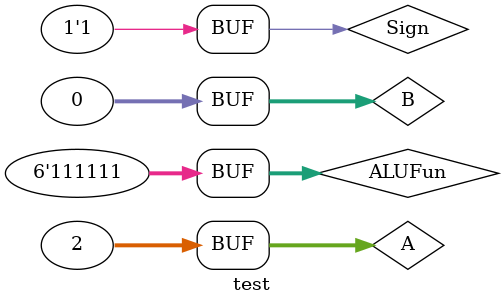
<source format=v>
`timescale 1ns/1ps
module test;
reg[31:0]A,B;
reg Sign;
reg [5:0]ALUFun;
wire[31:0]S;

ALU ALUs(.A(A),.B(B),.S(S),.Sign(Sign),.ALUFun(ALUFun));

initial
begin
A=32'd2;
B=32'd3;
Sign=1;
#104160 ALUFun=6'b000000;
#104160 ALUFun=6'b000001;

#104160 ALUFun=6'b011000;
#104160 ALUFun=6'b011110;
#104160 ALUFun=6'b010110;
#104160 ALUFun=6'b010001;
#104160 ALUFun=6'b011010;

#104160 ALUFun=6'b100000;
#104160 ALUFun=6'b100001;
#104160 ALUFun=6'b100011;

#104160 ALUFun=6'b110011;
#104160 ALUFun=6'b110001;
#104160 ALUFun=6'b110101;
#100 B=0;
#104160 ALUFun=6'b111101;
#104160 ALUFun=6'b111011;
#104160 ALUFun=6'b111111;
end

endmodule

</source>
